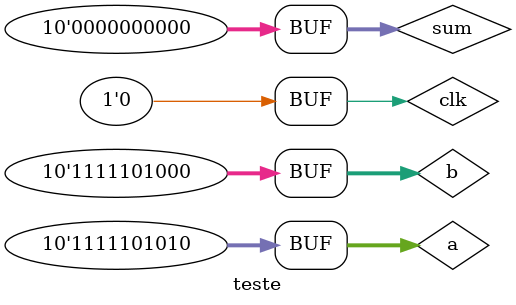
<source format=sv>
`timescale 1ns / 1ps

module teste(

);
    bit clk = 0;
    reg signed [9:0] a = -22;
    reg signed [9:0] b = -24;
    reg signed [9:0] sum = 0;

    initial begin
        #10
        sum = a + b;
    end


endmodule
</source>
